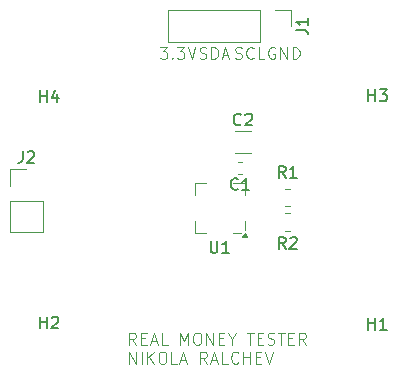
<source format=gbr>
%TF.GenerationSoftware,KiCad,Pcbnew,9.0.3-9.0.3-0~ubuntu24.04.1*%
%TF.CreationDate,2025-12-01T14:44:41+02:00*%
%TF.ProjectId,Induction_Meassure,496e6475-6374-4696-9f6e-5f4d65617373,rev?*%
%TF.SameCoordinates,Original*%
%TF.FileFunction,Legend,Top*%
%TF.FilePolarity,Positive*%
%FSLAX46Y46*%
G04 Gerber Fmt 4.6, Leading zero omitted, Abs format (unit mm)*
G04 Created by KiCad (PCBNEW 9.0.3-9.0.3-0~ubuntu24.04.1) date 2025-12-01 14:44:41*
%MOMM*%
%LPD*%
G01*
G04 APERTURE LIST*
%ADD10C,0.100000*%
%ADD11C,0.150000*%
%ADD12C,0.120000*%
G04 APERTURE END LIST*
D10*
X162175312Y-92362475D02*
X161841979Y-91886284D01*
X161603884Y-92362475D02*
X161603884Y-91362475D01*
X161603884Y-91362475D02*
X161984836Y-91362475D01*
X161984836Y-91362475D02*
X162080074Y-91410094D01*
X162080074Y-91410094D02*
X162127693Y-91457713D01*
X162127693Y-91457713D02*
X162175312Y-91552951D01*
X162175312Y-91552951D02*
X162175312Y-91695808D01*
X162175312Y-91695808D02*
X162127693Y-91791046D01*
X162127693Y-91791046D02*
X162080074Y-91838665D01*
X162080074Y-91838665D02*
X161984836Y-91886284D01*
X161984836Y-91886284D02*
X161603884Y-91886284D01*
X162603884Y-91838665D02*
X162937217Y-91838665D01*
X163080074Y-92362475D02*
X162603884Y-92362475D01*
X162603884Y-92362475D02*
X162603884Y-91362475D01*
X162603884Y-91362475D02*
X163080074Y-91362475D01*
X163461027Y-92076760D02*
X163937217Y-92076760D01*
X163365789Y-92362475D02*
X163699122Y-91362475D01*
X163699122Y-91362475D02*
X164032455Y-92362475D01*
X164841979Y-92362475D02*
X164365789Y-92362475D01*
X164365789Y-92362475D02*
X164365789Y-91362475D01*
X165937218Y-92362475D02*
X165937218Y-91362475D01*
X165937218Y-91362475D02*
X166270551Y-92076760D01*
X166270551Y-92076760D02*
X166603884Y-91362475D01*
X166603884Y-91362475D02*
X166603884Y-92362475D01*
X167270551Y-91362475D02*
X167461027Y-91362475D01*
X167461027Y-91362475D02*
X167556265Y-91410094D01*
X167556265Y-91410094D02*
X167651503Y-91505332D01*
X167651503Y-91505332D02*
X167699122Y-91695808D01*
X167699122Y-91695808D02*
X167699122Y-92029141D01*
X167699122Y-92029141D02*
X167651503Y-92219617D01*
X167651503Y-92219617D02*
X167556265Y-92314856D01*
X167556265Y-92314856D02*
X167461027Y-92362475D01*
X167461027Y-92362475D02*
X167270551Y-92362475D01*
X167270551Y-92362475D02*
X167175313Y-92314856D01*
X167175313Y-92314856D02*
X167080075Y-92219617D01*
X167080075Y-92219617D02*
X167032456Y-92029141D01*
X167032456Y-92029141D02*
X167032456Y-91695808D01*
X167032456Y-91695808D02*
X167080075Y-91505332D01*
X167080075Y-91505332D02*
X167175313Y-91410094D01*
X167175313Y-91410094D02*
X167270551Y-91362475D01*
X168127694Y-92362475D02*
X168127694Y-91362475D01*
X168127694Y-91362475D02*
X168699122Y-92362475D01*
X168699122Y-92362475D02*
X168699122Y-91362475D01*
X169175313Y-91838665D02*
X169508646Y-91838665D01*
X169651503Y-92362475D02*
X169175313Y-92362475D01*
X169175313Y-92362475D02*
X169175313Y-91362475D01*
X169175313Y-91362475D02*
X169651503Y-91362475D01*
X170270551Y-91886284D02*
X170270551Y-92362475D01*
X169937218Y-91362475D02*
X170270551Y-91886284D01*
X170270551Y-91886284D02*
X170603884Y-91362475D01*
X171556266Y-91362475D02*
X172127694Y-91362475D01*
X171841980Y-92362475D02*
X171841980Y-91362475D01*
X172461028Y-91838665D02*
X172794361Y-91838665D01*
X172937218Y-92362475D02*
X172461028Y-92362475D01*
X172461028Y-92362475D02*
X172461028Y-91362475D01*
X172461028Y-91362475D02*
X172937218Y-91362475D01*
X173318171Y-92314856D02*
X173461028Y-92362475D01*
X173461028Y-92362475D02*
X173699123Y-92362475D01*
X173699123Y-92362475D02*
X173794361Y-92314856D01*
X173794361Y-92314856D02*
X173841980Y-92267236D01*
X173841980Y-92267236D02*
X173889599Y-92171998D01*
X173889599Y-92171998D02*
X173889599Y-92076760D01*
X173889599Y-92076760D02*
X173841980Y-91981522D01*
X173841980Y-91981522D02*
X173794361Y-91933903D01*
X173794361Y-91933903D02*
X173699123Y-91886284D01*
X173699123Y-91886284D02*
X173508647Y-91838665D01*
X173508647Y-91838665D02*
X173413409Y-91791046D01*
X173413409Y-91791046D02*
X173365790Y-91743427D01*
X173365790Y-91743427D02*
X173318171Y-91648189D01*
X173318171Y-91648189D02*
X173318171Y-91552951D01*
X173318171Y-91552951D02*
X173365790Y-91457713D01*
X173365790Y-91457713D02*
X173413409Y-91410094D01*
X173413409Y-91410094D02*
X173508647Y-91362475D01*
X173508647Y-91362475D02*
X173746742Y-91362475D01*
X173746742Y-91362475D02*
X173889599Y-91410094D01*
X174175314Y-91362475D02*
X174746742Y-91362475D01*
X174461028Y-92362475D02*
X174461028Y-91362475D01*
X175080076Y-91838665D02*
X175413409Y-91838665D01*
X175556266Y-92362475D02*
X175080076Y-92362475D01*
X175080076Y-92362475D02*
X175080076Y-91362475D01*
X175080076Y-91362475D02*
X175556266Y-91362475D01*
X176556266Y-92362475D02*
X176222933Y-91886284D01*
X175984838Y-92362475D02*
X175984838Y-91362475D01*
X175984838Y-91362475D02*
X176365790Y-91362475D01*
X176365790Y-91362475D02*
X176461028Y-91410094D01*
X176461028Y-91410094D02*
X176508647Y-91457713D01*
X176508647Y-91457713D02*
X176556266Y-91552951D01*
X176556266Y-91552951D02*
X176556266Y-91695808D01*
X176556266Y-91695808D02*
X176508647Y-91791046D01*
X176508647Y-91791046D02*
X176461028Y-91838665D01*
X176461028Y-91838665D02*
X176365790Y-91886284D01*
X176365790Y-91886284D02*
X175984838Y-91886284D01*
X161603884Y-93972419D02*
X161603884Y-92972419D01*
X161603884Y-92972419D02*
X162175312Y-93972419D01*
X162175312Y-93972419D02*
X162175312Y-92972419D01*
X162651503Y-93972419D02*
X162651503Y-92972419D01*
X163127693Y-93972419D02*
X163127693Y-92972419D01*
X163699121Y-93972419D02*
X163270550Y-93400990D01*
X163699121Y-92972419D02*
X163127693Y-93543847D01*
X164318169Y-92972419D02*
X164508645Y-92972419D01*
X164508645Y-92972419D02*
X164603883Y-93020038D01*
X164603883Y-93020038D02*
X164699121Y-93115276D01*
X164699121Y-93115276D02*
X164746740Y-93305752D01*
X164746740Y-93305752D02*
X164746740Y-93639085D01*
X164746740Y-93639085D02*
X164699121Y-93829561D01*
X164699121Y-93829561D02*
X164603883Y-93924800D01*
X164603883Y-93924800D02*
X164508645Y-93972419D01*
X164508645Y-93972419D02*
X164318169Y-93972419D01*
X164318169Y-93972419D02*
X164222931Y-93924800D01*
X164222931Y-93924800D02*
X164127693Y-93829561D01*
X164127693Y-93829561D02*
X164080074Y-93639085D01*
X164080074Y-93639085D02*
X164080074Y-93305752D01*
X164080074Y-93305752D02*
X164127693Y-93115276D01*
X164127693Y-93115276D02*
X164222931Y-93020038D01*
X164222931Y-93020038D02*
X164318169Y-92972419D01*
X165651502Y-93972419D02*
X165175312Y-93972419D01*
X165175312Y-93972419D02*
X165175312Y-92972419D01*
X165937217Y-93686704D02*
X166413407Y-93686704D01*
X165841979Y-93972419D02*
X166175312Y-92972419D01*
X166175312Y-92972419D02*
X166508645Y-93972419D01*
X168175312Y-93972419D02*
X167841979Y-93496228D01*
X167603884Y-93972419D02*
X167603884Y-92972419D01*
X167603884Y-92972419D02*
X167984836Y-92972419D01*
X167984836Y-92972419D02*
X168080074Y-93020038D01*
X168080074Y-93020038D02*
X168127693Y-93067657D01*
X168127693Y-93067657D02*
X168175312Y-93162895D01*
X168175312Y-93162895D02*
X168175312Y-93305752D01*
X168175312Y-93305752D02*
X168127693Y-93400990D01*
X168127693Y-93400990D02*
X168080074Y-93448609D01*
X168080074Y-93448609D02*
X167984836Y-93496228D01*
X167984836Y-93496228D02*
X167603884Y-93496228D01*
X168556265Y-93686704D02*
X169032455Y-93686704D01*
X168461027Y-93972419D02*
X168794360Y-92972419D01*
X168794360Y-92972419D02*
X169127693Y-93972419D01*
X169937217Y-93972419D02*
X169461027Y-93972419D01*
X169461027Y-93972419D02*
X169461027Y-92972419D01*
X170841979Y-93877180D02*
X170794360Y-93924800D01*
X170794360Y-93924800D02*
X170651503Y-93972419D01*
X170651503Y-93972419D02*
X170556265Y-93972419D01*
X170556265Y-93972419D02*
X170413408Y-93924800D01*
X170413408Y-93924800D02*
X170318170Y-93829561D01*
X170318170Y-93829561D02*
X170270551Y-93734323D01*
X170270551Y-93734323D02*
X170222932Y-93543847D01*
X170222932Y-93543847D02*
X170222932Y-93400990D01*
X170222932Y-93400990D02*
X170270551Y-93210514D01*
X170270551Y-93210514D02*
X170318170Y-93115276D01*
X170318170Y-93115276D02*
X170413408Y-93020038D01*
X170413408Y-93020038D02*
X170556265Y-92972419D01*
X170556265Y-92972419D02*
X170651503Y-92972419D01*
X170651503Y-92972419D02*
X170794360Y-93020038D01*
X170794360Y-93020038D02*
X170841979Y-93067657D01*
X171270551Y-93972419D02*
X171270551Y-92972419D01*
X171270551Y-93448609D02*
X171841979Y-93448609D01*
X171841979Y-93972419D02*
X171841979Y-92972419D01*
X172318170Y-93448609D02*
X172651503Y-93448609D01*
X172794360Y-93972419D02*
X172318170Y-93972419D01*
X172318170Y-93972419D02*
X172318170Y-92972419D01*
X172318170Y-92972419D02*
X172794360Y-92972419D01*
X173080075Y-92972419D02*
X173413408Y-93972419D01*
X173413408Y-93972419D02*
X173746741Y-92972419D01*
X170556265Y-68124800D02*
X170699122Y-68172419D01*
X170699122Y-68172419D02*
X170937217Y-68172419D01*
X170937217Y-68172419D02*
X171032455Y-68124800D01*
X171032455Y-68124800D02*
X171080074Y-68077180D01*
X171080074Y-68077180D02*
X171127693Y-67981942D01*
X171127693Y-67981942D02*
X171127693Y-67886704D01*
X171127693Y-67886704D02*
X171080074Y-67791466D01*
X171080074Y-67791466D02*
X171032455Y-67743847D01*
X171032455Y-67743847D02*
X170937217Y-67696228D01*
X170937217Y-67696228D02*
X170746741Y-67648609D01*
X170746741Y-67648609D02*
X170651503Y-67600990D01*
X170651503Y-67600990D02*
X170603884Y-67553371D01*
X170603884Y-67553371D02*
X170556265Y-67458133D01*
X170556265Y-67458133D02*
X170556265Y-67362895D01*
X170556265Y-67362895D02*
X170603884Y-67267657D01*
X170603884Y-67267657D02*
X170651503Y-67220038D01*
X170651503Y-67220038D02*
X170746741Y-67172419D01*
X170746741Y-67172419D02*
X170984836Y-67172419D01*
X170984836Y-67172419D02*
X171127693Y-67220038D01*
X172127693Y-68077180D02*
X172080074Y-68124800D01*
X172080074Y-68124800D02*
X171937217Y-68172419D01*
X171937217Y-68172419D02*
X171841979Y-68172419D01*
X171841979Y-68172419D02*
X171699122Y-68124800D01*
X171699122Y-68124800D02*
X171603884Y-68029561D01*
X171603884Y-68029561D02*
X171556265Y-67934323D01*
X171556265Y-67934323D02*
X171508646Y-67743847D01*
X171508646Y-67743847D02*
X171508646Y-67600990D01*
X171508646Y-67600990D02*
X171556265Y-67410514D01*
X171556265Y-67410514D02*
X171603884Y-67315276D01*
X171603884Y-67315276D02*
X171699122Y-67220038D01*
X171699122Y-67220038D02*
X171841979Y-67172419D01*
X171841979Y-67172419D02*
X171937217Y-67172419D01*
X171937217Y-67172419D02*
X172080074Y-67220038D01*
X172080074Y-67220038D02*
X172127693Y-67267657D01*
X173032455Y-68172419D02*
X172556265Y-68172419D01*
X172556265Y-68172419D02*
X172556265Y-67172419D01*
X173927693Y-67220038D02*
X173832455Y-67172419D01*
X173832455Y-67172419D02*
X173689598Y-67172419D01*
X173689598Y-67172419D02*
X173546741Y-67220038D01*
X173546741Y-67220038D02*
X173451503Y-67315276D01*
X173451503Y-67315276D02*
X173403884Y-67410514D01*
X173403884Y-67410514D02*
X173356265Y-67600990D01*
X173356265Y-67600990D02*
X173356265Y-67743847D01*
X173356265Y-67743847D02*
X173403884Y-67934323D01*
X173403884Y-67934323D02*
X173451503Y-68029561D01*
X173451503Y-68029561D02*
X173546741Y-68124800D01*
X173546741Y-68124800D02*
X173689598Y-68172419D01*
X173689598Y-68172419D02*
X173784836Y-68172419D01*
X173784836Y-68172419D02*
X173927693Y-68124800D01*
X173927693Y-68124800D02*
X173975312Y-68077180D01*
X173975312Y-68077180D02*
X173975312Y-67743847D01*
X173975312Y-67743847D02*
X173784836Y-67743847D01*
X174403884Y-68172419D02*
X174403884Y-67172419D01*
X174403884Y-67172419D02*
X174975312Y-68172419D01*
X174975312Y-68172419D02*
X174975312Y-67172419D01*
X175451503Y-68172419D02*
X175451503Y-67172419D01*
X175451503Y-67172419D02*
X175689598Y-67172419D01*
X175689598Y-67172419D02*
X175832455Y-67220038D01*
X175832455Y-67220038D02*
X175927693Y-67315276D01*
X175927693Y-67315276D02*
X175975312Y-67410514D01*
X175975312Y-67410514D02*
X176022931Y-67600990D01*
X176022931Y-67600990D02*
X176022931Y-67743847D01*
X176022931Y-67743847D02*
X175975312Y-67934323D01*
X175975312Y-67934323D02*
X175927693Y-68029561D01*
X175927693Y-68029561D02*
X175832455Y-68124800D01*
X175832455Y-68124800D02*
X175689598Y-68172419D01*
X175689598Y-68172419D02*
X175451503Y-68172419D01*
X167556265Y-68124800D02*
X167699122Y-68172419D01*
X167699122Y-68172419D02*
X167937217Y-68172419D01*
X167937217Y-68172419D02*
X168032455Y-68124800D01*
X168032455Y-68124800D02*
X168080074Y-68077180D01*
X168080074Y-68077180D02*
X168127693Y-67981942D01*
X168127693Y-67981942D02*
X168127693Y-67886704D01*
X168127693Y-67886704D02*
X168080074Y-67791466D01*
X168080074Y-67791466D02*
X168032455Y-67743847D01*
X168032455Y-67743847D02*
X167937217Y-67696228D01*
X167937217Y-67696228D02*
X167746741Y-67648609D01*
X167746741Y-67648609D02*
X167651503Y-67600990D01*
X167651503Y-67600990D02*
X167603884Y-67553371D01*
X167603884Y-67553371D02*
X167556265Y-67458133D01*
X167556265Y-67458133D02*
X167556265Y-67362895D01*
X167556265Y-67362895D02*
X167603884Y-67267657D01*
X167603884Y-67267657D02*
X167651503Y-67220038D01*
X167651503Y-67220038D02*
X167746741Y-67172419D01*
X167746741Y-67172419D02*
X167984836Y-67172419D01*
X167984836Y-67172419D02*
X168127693Y-67220038D01*
X168556265Y-68172419D02*
X168556265Y-67172419D01*
X168556265Y-67172419D02*
X168794360Y-67172419D01*
X168794360Y-67172419D02*
X168937217Y-67220038D01*
X168937217Y-67220038D02*
X169032455Y-67315276D01*
X169032455Y-67315276D02*
X169080074Y-67410514D01*
X169080074Y-67410514D02*
X169127693Y-67600990D01*
X169127693Y-67600990D02*
X169127693Y-67743847D01*
X169127693Y-67743847D02*
X169080074Y-67934323D01*
X169080074Y-67934323D02*
X169032455Y-68029561D01*
X169032455Y-68029561D02*
X168937217Y-68124800D01*
X168937217Y-68124800D02*
X168794360Y-68172419D01*
X168794360Y-68172419D02*
X168556265Y-68172419D01*
X169508646Y-67886704D02*
X169984836Y-67886704D01*
X169413408Y-68172419D02*
X169746741Y-67172419D01*
X169746741Y-67172419D02*
X170080074Y-68172419D01*
X164208646Y-67172419D02*
X164827693Y-67172419D01*
X164827693Y-67172419D02*
X164494360Y-67553371D01*
X164494360Y-67553371D02*
X164637217Y-67553371D01*
X164637217Y-67553371D02*
X164732455Y-67600990D01*
X164732455Y-67600990D02*
X164780074Y-67648609D01*
X164780074Y-67648609D02*
X164827693Y-67743847D01*
X164827693Y-67743847D02*
X164827693Y-67981942D01*
X164827693Y-67981942D02*
X164780074Y-68077180D01*
X164780074Y-68077180D02*
X164732455Y-68124800D01*
X164732455Y-68124800D02*
X164637217Y-68172419D01*
X164637217Y-68172419D02*
X164351503Y-68172419D01*
X164351503Y-68172419D02*
X164256265Y-68124800D01*
X164256265Y-68124800D02*
X164208646Y-68077180D01*
X165256265Y-68077180D02*
X165303884Y-68124800D01*
X165303884Y-68124800D02*
X165256265Y-68172419D01*
X165256265Y-68172419D02*
X165208646Y-68124800D01*
X165208646Y-68124800D02*
X165256265Y-68077180D01*
X165256265Y-68077180D02*
X165256265Y-68172419D01*
X165637217Y-67172419D02*
X166256264Y-67172419D01*
X166256264Y-67172419D02*
X165922931Y-67553371D01*
X165922931Y-67553371D02*
X166065788Y-67553371D01*
X166065788Y-67553371D02*
X166161026Y-67600990D01*
X166161026Y-67600990D02*
X166208645Y-67648609D01*
X166208645Y-67648609D02*
X166256264Y-67743847D01*
X166256264Y-67743847D02*
X166256264Y-67981942D01*
X166256264Y-67981942D02*
X166208645Y-68077180D01*
X166208645Y-68077180D02*
X166161026Y-68124800D01*
X166161026Y-68124800D02*
X166065788Y-68172419D01*
X166065788Y-68172419D02*
X165780074Y-68172419D01*
X165780074Y-68172419D02*
X165684836Y-68124800D01*
X165684836Y-68124800D02*
X165637217Y-68077180D01*
X166541979Y-67172419D02*
X166875312Y-68172419D01*
X166875312Y-68172419D02*
X167208645Y-67172419D01*
D11*
X168488095Y-83584819D02*
X168488095Y-84394342D01*
X168488095Y-84394342D02*
X168535714Y-84489580D01*
X168535714Y-84489580D02*
X168583333Y-84537200D01*
X168583333Y-84537200D02*
X168678571Y-84584819D01*
X168678571Y-84584819D02*
X168869047Y-84584819D01*
X168869047Y-84584819D02*
X168964285Y-84537200D01*
X168964285Y-84537200D02*
X169011904Y-84489580D01*
X169011904Y-84489580D02*
X169059523Y-84394342D01*
X169059523Y-84394342D02*
X169059523Y-83584819D01*
X170059523Y-84584819D02*
X169488095Y-84584819D01*
X169773809Y-84584819D02*
X169773809Y-83584819D01*
X169773809Y-83584819D02*
X169678571Y-83727676D01*
X169678571Y-83727676D02*
X169583333Y-83822914D01*
X169583333Y-83822914D02*
X169488095Y-83870533D01*
X174833333Y-78254819D02*
X174500000Y-77778628D01*
X174261905Y-78254819D02*
X174261905Y-77254819D01*
X174261905Y-77254819D02*
X174642857Y-77254819D01*
X174642857Y-77254819D02*
X174738095Y-77302438D01*
X174738095Y-77302438D02*
X174785714Y-77350057D01*
X174785714Y-77350057D02*
X174833333Y-77445295D01*
X174833333Y-77445295D02*
X174833333Y-77588152D01*
X174833333Y-77588152D02*
X174785714Y-77683390D01*
X174785714Y-77683390D02*
X174738095Y-77731009D01*
X174738095Y-77731009D02*
X174642857Y-77778628D01*
X174642857Y-77778628D02*
X174261905Y-77778628D01*
X175785714Y-78254819D02*
X175214286Y-78254819D01*
X175500000Y-78254819D02*
X175500000Y-77254819D01*
X175500000Y-77254819D02*
X175404762Y-77397676D01*
X175404762Y-77397676D02*
X175309524Y-77492914D01*
X175309524Y-77492914D02*
X175214286Y-77540533D01*
X174833333Y-84254819D02*
X174500000Y-83778628D01*
X174261905Y-84254819D02*
X174261905Y-83254819D01*
X174261905Y-83254819D02*
X174642857Y-83254819D01*
X174642857Y-83254819D02*
X174738095Y-83302438D01*
X174738095Y-83302438D02*
X174785714Y-83350057D01*
X174785714Y-83350057D02*
X174833333Y-83445295D01*
X174833333Y-83445295D02*
X174833333Y-83588152D01*
X174833333Y-83588152D02*
X174785714Y-83683390D01*
X174785714Y-83683390D02*
X174738095Y-83731009D01*
X174738095Y-83731009D02*
X174642857Y-83778628D01*
X174642857Y-83778628D02*
X174261905Y-83778628D01*
X175214286Y-83350057D02*
X175261905Y-83302438D01*
X175261905Y-83302438D02*
X175357143Y-83254819D01*
X175357143Y-83254819D02*
X175595238Y-83254819D01*
X175595238Y-83254819D02*
X175690476Y-83302438D01*
X175690476Y-83302438D02*
X175738095Y-83350057D01*
X175738095Y-83350057D02*
X175785714Y-83445295D01*
X175785714Y-83445295D02*
X175785714Y-83540533D01*
X175785714Y-83540533D02*
X175738095Y-83683390D01*
X175738095Y-83683390D02*
X175166667Y-84254819D01*
X175166667Y-84254819D02*
X175785714Y-84254819D01*
X181838095Y-71754819D02*
X181838095Y-70754819D01*
X181838095Y-71231009D02*
X182409523Y-71231009D01*
X182409523Y-71754819D02*
X182409523Y-70754819D01*
X182790476Y-70754819D02*
X183409523Y-70754819D01*
X183409523Y-70754819D02*
X183076190Y-71135771D01*
X183076190Y-71135771D02*
X183219047Y-71135771D01*
X183219047Y-71135771D02*
X183314285Y-71183390D01*
X183314285Y-71183390D02*
X183361904Y-71231009D01*
X183361904Y-71231009D02*
X183409523Y-71326247D01*
X183409523Y-71326247D02*
X183409523Y-71564342D01*
X183409523Y-71564342D02*
X183361904Y-71659580D01*
X183361904Y-71659580D02*
X183314285Y-71707200D01*
X183314285Y-71707200D02*
X183219047Y-71754819D01*
X183219047Y-71754819D02*
X182933333Y-71754819D01*
X182933333Y-71754819D02*
X182838095Y-71707200D01*
X182838095Y-71707200D02*
X182790476Y-71659580D01*
X181838095Y-91104819D02*
X181838095Y-90104819D01*
X181838095Y-90581009D02*
X182409523Y-90581009D01*
X182409523Y-91104819D02*
X182409523Y-90104819D01*
X183409523Y-91104819D02*
X182838095Y-91104819D01*
X183123809Y-91104819D02*
X183123809Y-90104819D01*
X183123809Y-90104819D02*
X183028571Y-90247676D01*
X183028571Y-90247676D02*
X182933333Y-90342914D01*
X182933333Y-90342914D02*
X182838095Y-90390533D01*
X154038095Y-71854819D02*
X154038095Y-70854819D01*
X154038095Y-71331009D02*
X154609523Y-71331009D01*
X154609523Y-71854819D02*
X154609523Y-70854819D01*
X155514285Y-71188152D02*
X155514285Y-71854819D01*
X155276190Y-70807200D02*
X155038095Y-71521485D01*
X155038095Y-71521485D02*
X155657142Y-71521485D01*
X154038095Y-91004819D02*
X154038095Y-90004819D01*
X154038095Y-90481009D02*
X154609523Y-90481009D01*
X154609523Y-91004819D02*
X154609523Y-90004819D01*
X155038095Y-90100057D02*
X155085714Y-90052438D01*
X155085714Y-90052438D02*
X155180952Y-90004819D01*
X155180952Y-90004819D02*
X155419047Y-90004819D01*
X155419047Y-90004819D02*
X155514285Y-90052438D01*
X155514285Y-90052438D02*
X155561904Y-90100057D01*
X155561904Y-90100057D02*
X155609523Y-90195295D01*
X155609523Y-90195295D02*
X155609523Y-90290533D01*
X155609523Y-90290533D02*
X155561904Y-90433390D01*
X155561904Y-90433390D02*
X154990476Y-91004819D01*
X154990476Y-91004819D02*
X155609523Y-91004819D01*
X152566666Y-75974819D02*
X152566666Y-76689104D01*
X152566666Y-76689104D02*
X152519047Y-76831961D01*
X152519047Y-76831961D02*
X152423809Y-76927200D01*
X152423809Y-76927200D02*
X152280952Y-76974819D01*
X152280952Y-76974819D02*
X152185714Y-76974819D01*
X152995238Y-76070057D02*
X153042857Y-76022438D01*
X153042857Y-76022438D02*
X153138095Y-75974819D01*
X153138095Y-75974819D02*
X153376190Y-75974819D01*
X153376190Y-75974819D02*
X153471428Y-76022438D01*
X153471428Y-76022438D02*
X153519047Y-76070057D01*
X153519047Y-76070057D02*
X153566666Y-76165295D01*
X153566666Y-76165295D02*
X153566666Y-76260533D01*
X153566666Y-76260533D02*
X153519047Y-76403390D01*
X153519047Y-76403390D02*
X152947619Y-76974819D01*
X152947619Y-76974819D02*
X153566666Y-76974819D01*
X170808333Y-79189580D02*
X170760714Y-79237200D01*
X170760714Y-79237200D02*
X170617857Y-79284819D01*
X170617857Y-79284819D02*
X170522619Y-79284819D01*
X170522619Y-79284819D02*
X170379762Y-79237200D01*
X170379762Y-79237200D02*
X170284524Y-79141961D01*
X170284524Y-79141961D02*
X170236905Y-79046723D01*
X170236905Y-79046723D02*
X170189286Y-78856247D01*
X170189286Y-78856247D02*
X170189286Y-78713390D01*
X170189286Y-78713390D02*
X170236905Y-78522914D01*
X170236905Y-78522914D02*
X170284524Y-78427676D01*
X170284524Y-78427676D02*
X170379762Y-78332438D01*
X170379762Y-78332438D02*
X170522619Y-78284819D01*
X170522619Y-78284819D02*
X170617857Y-78284819D01*
X170617857Y-78284819D02*
X170760714Y-78332438D01*
X170760714Y-78332438D02*
X170808333Y-78380057D01*
X171760714Y-79284819D02*
X171189286Y-79284819D01*
X171475000Y-79284819D02*
X171475000Y-78284819D01*
X171475000Y-78284819D02*
X171379762Y-78427676D01*
X171379762Y-78427676D02*
X171284524Y-78522914D01*
X171284524Y-78522914D02*
X171189286Y-78570533D01*
X171058333Y-73709580D02*
X171010714Y-73757200D01*
X171010714Y-73757200D02*
X170867857Y-73804819D01*
X170867857Y-73804819D02*
X170772619Y-73804819D01*
X170772619Y-73804819D02*
X170629762Y-73757200D01*
X170629762Y-73757200D02*
X170534524Y-73661961D01*
X170534524Y-73661961D02*
X170486905Y-73566723D01*
X170486905Y-73566723D02*
X170439286Y-73376247D01*
X170439286Y-73376247D02*
X170439286Y-73233390D01*
X170439286Y-73233390D02*
X170486905Y-73042914D01*
X170486905Y-73042914D02*
X170534524Y-72947676D01*
X170534524Y-72947676D02*
X170629762Y-72852438D01*
X170629762Y-72852438D02*
X170772619Y-72804819D01*
X170772619Y-72804819D02*
X170867857Y-72804819D01*
X170867857Y-72804819D02*
X171010714Y-72852438D01*
X171010714Y-72852438D02*
X171058333Y-72900057D01*
X171439286Y-72900057D02*
X171486905Y-72852438D01*
X171486905Y-72852438D02*
X171582143Y-72804819D01*
X171582143Y-72804819D02*
X171820238Y-72804819D01*
X171820238Y-72804819D02*
X171915476Y-72852438D01*
X171915476Y-72852438D02*
X171963095Y-72900057D01*
X171963095Y-72900057D02*
X172010714Y-72995295D01*
X172010714Y-72995295D02*
X172010714Y-73090533D01*
X172010714Y-73090533D02*
X171963095Y-73233390D01*
X171963095Y-73233390D02*
X171391667Y-73804819D01*
X171391667Y-73804819D02*
X172010714Y-73804819D01*
X175734819Y-65733333D02*
X176449104Y-65733333D01*
X176449104Y-65733333D02*
X176591961Y-65780952D01*
X176591961Y-65780952D02*
X176687200Y-65876190D01*
X176687200Y-65876190D02*
X176734819Y-66019047D01*
X176734819Y-66019047D02*
X176734819Y-66114285D01*
X176734819Y-64733333D02*
X176734819Y-65304761D01*
X176734819Y-65019047D02*
X175734819Y-65019047D01*
X175734819Y-65019047D02*
X175877676Y-65114285D01*
X175877676Y-65114285D02*
X175972914Y-65209523D01*
X175972914Y-65209523D02*
X176020533Y-65304761D01*
D12*
%TO.C,U1*%
X167140000Y-78690000D02*
X167140000Y-79665000D01*
X167140000Y-82910000D02*
X167140000Y-81935000D01*
X168115000Y-78690000D02*
X167140000Y-78690000D01*
X168115000Y-82910000D02*
X167140000Y-82910000D01*
X170385000Y-78690000D02*
X171360000Y-78690000D01*
X170385000Y-82910000D02*
X171060000Y-82910000D01*
X171360000Y-78690000D02*
X171360000Y-79665000D01*
X171360000Y-81935000D02*
X171360000Y-82670000D01*
X171600000Y-83240000D02*
X171120000Y-83240000D01*
X171360000Y-82910000D01*
X171600000Y-83240000D01*
G36*
X171600000Y-83240000D02*
G01*
X171120000Y-83240000D01*
X171360000Y-82910000D01*
X171600000Y-83240000D01*
G37*
%TO.C,R1*%
X175227064Y-79165000D02*
X174772936Y-79165000D01*
X175227064Y-80635000D02*
X174772936Y-80635000D01*
%TO.C,R2*%
X175214564Y-81265000D02*
X174760436Y-81265000D01*
X175214564Y-82735000D02*
X174760436Y-82735000D01*
%TO.C,J2*%
X151520000Y-77520000D02*
X152900000Y-77520000D01*
X151520000Y-78900000D02*
X151520000Y-77520000D01*
X151520000Y-80170000D02*
X151520000Y-82820000D01*
X151520000Y-80170000D02*
X154280000Y-80170000D01*
X151520000Y-82820000D02*
X154280000Y-82820000D01*
X154280000Y-80170000D02*
X154280000Y-82820000D01*
%TO.C,C1*%
X171115580Y-76890000D02*
X170834420Y-76890000D01*
X171115580Y-77910000D02*
X170834420Y-77910000D01*
%TO.C,C2*%
X170513748Y-74290000D02*
X171936252Y-74290000D01*
X170513748Y-76110000D02*
X171936252Y-76110000D01*
%TO.C,J1*%
X164900000Y-64020000D02*
X164900000Y-66780000D01*
X172630000Y-64020000D02*
X164900000Y-64020000D01*
X172630000Y-64020000D02*
X172630000Y-66780000D01*
X172630000Y-66780000D02*
X164900000Y-66780000D01*
X173900000Y-64020000D02*
X175280000Y-64020000D01*
X175280000Y-64020000D02*
X175280000Y-65400000D01*
%TD*%
M02*

</source>
